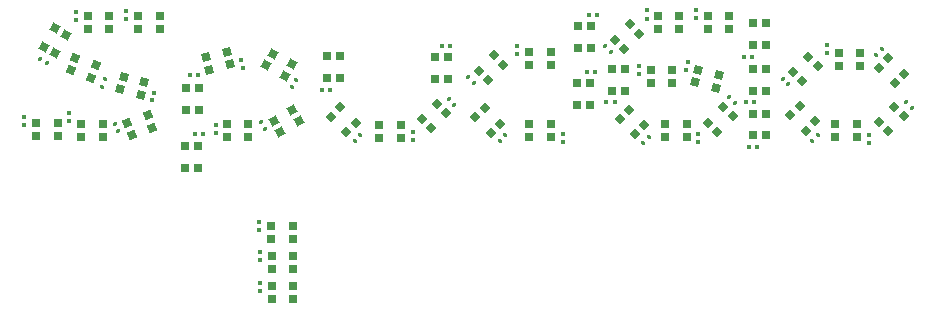
<source format=gtp>
G04 #@! TF.GenerationSoftware,KiCad,Pcbnew,7.0.2-0*
G04 #@! TF.CreationDate,2023-10-08T21:39:02-05:00*
G04 #@! TF.ProjectId,spudglo_business_card,73707564-676c-46f5-9f62-7573696e6573,rev?*
G04 #@! TF.SameCoordinates,Original*
G04 #@! TF.FileFunction,Paste,Top*
G04 #@! TF.FilePolarity,Positive*
%FSLAX46Y46*%
G04 Gerber Fmt 4.6, Leading zero omitted, Abs format (unit mm)*
G04 Created by KiCad (PCBNEW 7.0.2-0) date 2023-10-08 21:39:02*
%MOMM*%
%LPD*%
G01*
G04 APERTURE LIST*
G04 Aperture macros list*
%AMRoundRect*
0 Rectangle with rounded corners*
0 $1 Rounding radius*
0 $2 $3 $4 $5 $6 $7 $8 $9 X,Y pos of 4 corners*
0 Add a 4 corners polygon primitive as box body*
4,1,4,$2,$3,$4,$5,$6,$7,$8,$9,$2,$3,0*
0 Add four circle primitives for the rounded corners*
1,1,$1+$1,$2,$3*
1,1,$1+$1,$4,$5*
1,1,$1+$1,$6,$7*
1,1,$1+$1,$8,$9*
0 Add four rect primitives between the rounded corners*
20,1,$1+$1,$2,$3,$4,$5,0*
20,1,$1+$1,$4,$5,$6,$7,0*
20,1,$1+$1,$6,$7,$8,$9,0*
20,1,$1+$1,$8,$9,$2,$3,0*%
%AMRotRect*
0 Rectangle, with rotation*
0 The origin of the aperture is its center*
0 $1 length*
0 $2 width*
0 $3 Rotation angle, in degrees counterclockwise*
0 Add horizontal line*
21,1,$1,$2,0,0,$3*%
G04 Aperture macros list end*
%ADD10RoundRect,0.079500X0.100500X-0.079500X0.100500X0.079500X-0.100500X0.079500X-0.100500X-0.079500X0*%
%ADD11RoundRect,0.079500X-0.127279X-0.014849X-0.014849X-0.127279X0.127279X0.014849X0.014849X0.127279X0*%
%ADD12RotRect,0.700000X0.700000X45.000000*%
%ADD13RotRect,0.700000X0.700000X195.000000*%
%ADD14R,0.700000X0.700000*%
%ADD15RotRect,0.700000X0.700000X345.000000*%
%ADD16RoundRect,0.079500X-0.100500X0.079500X-0.100500X-0.079500X0.100500X-0.079500X0.100500X0.079500X0*%
%ADD17RoundRect,0.079500X0.014849X-0.127279X0.127279X-0.014849X-0.014849X0.127279X-0.127279X0.014849X0*%
%ADD18RoundRect,0.079500X-0.014849X0.127279X-0.127279X0.014849X0.014849X-0.127279X0.127279X-0.014849X0*%
%ADD19RoundRect,0.079500X-0.079500X-0.100500X0.079500X-0.100500X0.079500X0.100500X-0.079500X0.100500X0*%
%ADD20RotRect,0.700000X0.700000X225.000000*%
%ADD21RoundRect,0.079500X0.079500X0.100500X-0.079500X0.100500X-0.079500X-0.100500X0.079500X-0.100500X0*%
%ADD22RoundRect,0.079500X0.126786X-0.018599X0.047286X0.119099X-0.126786X0.018599X-0.047286X-0.119099X0*%
%ADD23RoundRect,0.079500X0.127279X0.014849X0.014849X0.127279X-0.127279X-0.014849X-0.014849X-0.127279X0*%
%ADD24RoundRect,0.079500X-0.047286X0.119099X-0.126786X-0.018599X0.047286X-0.119099X0.126786X0.018599X0*%
%ADD25RotRect,0.700000X0.700000X30.000000*%
%ADD26RoundRect,0.079500X-0.119099X-0.047286X0.018599X-0.126786X0.119099X0.047286X-0.018599X0.126786X0*%
%ADD27RoundRect,0.079500X-0.067249X0.109079X-0.121630X-0.040333X0.067249X-0.109079X0.121630X0.040333X0*%
%ADD28RoundRect,0.079500X-0.117652X0.050780X-0.076499X-0.102802X0.117652X-0.050780X0.076499X0.102802X0*%
%ADD29RoundRect,0.079500X0.121630X-0.040333X0.067249X0.109079X-0.121630X0.040333X-0.067249X-0.109079X0*%
%ADD30RotRect,0.700000X0.700000X315.000000*%
%ADD31RotRect,0.700000X0.700000X135.000000*%
%ADD32RotRect,0.700000X0.700000X150.000000*%
%ADD33RoundRect,0.079500X0.076499X-0.102802X0.117652X0.050780X-0.076499X0.102802X-0.117652X-0.050780X0*%
%ADD34RotRect,0.700000X0.700000X165.000000*%
%ADD35RotRect,0.700000X0.700000X20.000000*%
%ADD36RotRect,0.700000X0.700000X60.000000*%
%ADD37RoundRect,0.079500X-0.076499X0.102802X-0.117652X-0.050780X0.076499X-0.102802X0.117652X0.050780X0*%
%ADD38RotRect,0.700000X0.700000X160.000000*%
G04 APERTURE END LIST*
D10*
X225060000Y-101925000D03*
X225060000Y-101235000D03*
D11*
X257989774Y-105959774D03*
X258477678Y-106447678D03*
D12*
X221812183Y-103302183D03*
X222590000Y-104080000D03*
X223884005Y-102785995D03*
X223106188Y-102008178D03*
D13*
X200742346Y-102768880D03*
X200457645Y-101706361D03*
X198690000Y-102180000D03*
X198974701Y-103242519D03*
D14*
X215220000Y-108980000D03*
X215220000Y-107880000D03*
X213390000Y-107880000D03*
X213390000Y-108980000D03*
X192960000Y-98680000D03*
X192960000Y-99780000D03*
X194790000Y-99780000D03*
X194790000Y-98680000D03*
X184330000Y-107750000D03*
X184330000Y-108850000D03*
X186160000Y-108850000D03*
X186160000Y-107750000D03*
D15*
X240362355Y-103216361D03*
X240077654Y-104278880D03*
X241845299Y-104752519D03*
X242130000Y-103690000D03*
D10*
X251290000Y-101840000D03*
X251290000Y-101150000D03*
D16*
X240380000Y-108670000D03*
X240380000Y-109360000D03*
D14*
X244990000Y-101110000D03*
X246090000Y-101110000D03*
X246090000Y-99280000D03*
X244990000Y-99280000D03*
D10*
X187730000Y-98995000D03*
X187730000Y-98305000D03*
D17*
X255439774Y-101930226D03*
X255927678Y-101442322D03*
D16*
X199509996Y-107895001D03*
X199509996Y-108585001D03*
D12*
X233295995Y-100674005D03*
X234073812Y-101451822D03*
X235367817Y-100157817D03*
X234590000Y-99380000D03*
D16*
X228900000Y-108635000D03*
X228900000Y-109325000D03*
D18*
X211770229Y-108729777D03*
X211282325Y-109217681D03*
X224041830Y-108752097D03*
X223553926Y-109240001D03*
D19*
X218710000Y-101170000D03*
X219400000Y-101170000D03*
D20*
X243281822Y-107173812D03*
X242504005Y-106395995D03*
X241210000Y-107690000D03*
X241987817Y-108467817D03*
D14*
X197990000Y-109680000D03*
X196890000Y-109680000D03*
X196890000Y-111510000D03*
X197990000Y-111510000D03*
D21*
X245075000Y-105950000D03*
X244385000Y-105950000D03*
D22*
X203732499Y-108275907D03*
X203387499Y-107678349D03*
D14*
X244990000Y-104980001D03*
X246090000Y-104980001D03*
X246090000Y-103150001D03*
X244990000Y-103150001D03*
X241175000Y-98630000D03*
X241175000Y-99730000D03*
X243005000Y-99730000D03*
X243005000Y-98630000D03*
D23*
X243500000Y-106030000D03*
X243012096Y-105542096D03*
D24*
X206312500Y-104121221D03*
X205967500Y-104718779D03*
D25*
X204425174Y-107565000D03*
X204975174Y-108517628D03*
X206560000Y-107602628D03*
X206010000Y-106650000D03*
D14*
X236360000Y-103280000D03*
X236360000Y-104380000D03*
X238190000Y-104380000D03*
X238190000Y-103280000D03*
D26*
X184684089Y-102297501D03*
X185281647Y-102642501D03*
D23*
X232987904Y-101727903D03*
X232500000Y-101239999D03*
D18*
X250480000Y-108730000D03*
X249992096Y-109217904D03*
D14*
X188110000Y-107790000D03*
X188110000Y-108890000D03*
X189940000Y-108890000D03*
X189940000Y-107790000D03*
D20*
X257771822Y-107133812D03*
X256994005Y-106355995D03*
X255700000Y-107650000D03*
X256477817Y-108427817D03*
D19*
X197800000Y-108660000D03*
X198490000Y-108660000D03*
D14*
X239420000Y-108880000D03*
X239420000Y-107780000D03*
X237590000Y-107780000D03*
X237590000Y-108880000D03*
X227920000Y-108880000D03*
X227920000Y-107780000D03*
X226090000Y-107780000D03*
X226090000Y-108880000D03*
D23*
X248010000Y-104460001D03*
X247522096Y-103972097D03*
D10*
X235350000Y-103605000D03*
X235350000Y-102915000D03*
D14*
X236960000Y-98680000D03*
X236960000Y-99780000D03*
X238790000Y-99780000D03*
X238790000Y-98680000D03*
D21*
X245330000Y-109770000D03*
X244640000Y-109770000D03*
D27*
X190112043Y-104020000D03*
X189876049Y-104668388D03*
D16*
X203260000Y-121235000D03*
X203260000Y-121925000D03*
D14*
X208930078Y-103905892D03*
X210030078Y-103905892D03*
X210030078Y-102075892D03*
X208930078Y-102075892D03*
D28*
X201633529Y-102365852D03*
X201812115Y-103032340D03*
D10*
X191960000Y-98925000D03*
X191960000Y-98235000D03*
D16*
X203310000Y-118660000D03*
X203310000Y-119350000D03*
D29*
X191267443Y-108444896D03*
X191031449Y-107796508D03*
D30*
X256483812Y-102258178D03*
X255705995Y-103035995D03*
X257000000Y-104330000D03*
X257777817Y-103552183D03*
D14*
X204265000Y-119020000D03*
X204265000Y-120120000D03*
X206095000Y-120120000D03*
X206095000Y-119020000D03*
D31*
X249484005Y-108374005D03*
X250261822Y-107596188D03*
X248967817Y-106302183D03*
X248190000Y-107080000D03*
D19*
X231115000Y-98570000D03*
X231805000Y-98570000D03*
D16*
X203210000Y-116120000D03*
X203210000Y-116810000D03*
D32*
X205407413Y-103713814D03*
X205957413Y-102761186D03*
X204372587Y-101846186D03*
X203822587Y-102798814D03*
D14*
X204240000Y-116460000D03*
X204240000Y-117560000D03*
X206070000Y-117560000D03*
X206070000Y-116460000D03*
D11*
X219239777Y-105679771D03*
X219727681Y-106167675D03*
D23*
X221383952Y-104313952D03*
X220896048Y-103826048D03*
D14*
X198090000Y-104779999D03*
X196990000Y-104779999D03*
X196990000Y-106609999D03*
X198090000Y-106609999D03*
D21*
X233295000Y-105980000D03*
X232605000Y-105980000D03*
D16*
X216200000Y-108515000D03*
X216200000Y-109205000D03*
D33*
X239311414Y-103236488D03*
X239490000Y-102570000D03*
D31*
X222806188Y-108551822D03*
X223584005Y-107774005D03*
X222290000Y-106480000D03*
X221512183Y-107257817D03*
D18*
X236220000Y-108900000D03*
X235732096Y-109387904D03*
D10*
X187130000Y-107590000D03*
X187130000Y-106900000D03*
D34*
X193205299Y-105342519D03*
X193490000Y-104280000D03*
X191722355Y-103806361D03*
X191437654Y-104868880D03*
D10*
X236000000Y-98885000D03*
X236000000Y-98195000D03*
D14*
X231190000Y-104380000D03*
X230090000Y-104380000D03*
X230090000Y-106210000D03*
X231190000Y-106210000D03*
D10*
X183330000Y-107900000D03*
X183330000Y-107210000D03*
D31*
X210584005Y-108474005D03*
X211361822Y-107696188D03*
X210067817Y-106402183D03*
X209290000Y-107180000D03*
D14*
X244990000Y-108780000D03*
X246090000Y-108780000D03*
X246090000Y-106950000D03*
X244990000Y-106950000D03*
D19*
X230955000Y-103410000D03*
X231645000Y-103410000D03*
D14*
X252275000Y-101793109D03*
X252275000Y-102893109D03*
X254105000Y-102893109D03*
X254105000Y-101793109D03*
X231290001Y-99549999D03*
X230190001Y-99549999D03*
X230190001Y-101379999D03*
X231290001Y-101379999D03*
D31*
X235042183Y-108687817D03*
X235820000Y-107910000D03*
X234525995Y-106615995D03*
X233748178Y-107393812D03*
D14*
X200470000Y-107840000D03*
X200470000Y-108940000D03*
X202300000Y-108940000D03*
X202300000Y-107840000D03*
X204270000Y-121570000D03*
X204270000Y-122670000D03*
X206100000Y-122670000D03*
X206100000Y-121570000D03*
D35*
X192030362Y-107705896D03*
X192406584Y-108739558D03*
X194126222Y-108113662D03*
X193750000Y-107080000D03*
D36*
X184980000Y-101290000D03*
X185932628Y-101840000D03*
X186847628Y-100255174D03*
X185895000Y-99705174D03*
D21*
X244945000Y-102100000D03*
X244255000Y-102100000D03*
D14*
X188690000Y-98680000D03*
X188690000Y-99780000D03*
X190520000Y-99780000D03*
X190520000Y-98680000D03*
X253820000Y-108930000D03*
X253820000Y-107830000D03*
X251990000Y-107830000D03*
X251990000Y-108930000D03*
X226090000Y-101680000D03*
X226090000Y-102780000D03*
X227920000Y-102780000D03*
X227920000Y-101680000D03*
D37*
X194298586Y-105153512D03*
X194120000Y-105820000D03*
D14*
X233067813Y-105009998D03*
X234167813Y-105009998D03*
X234167813Y-103179998D03*
X233067813Y-103179998D03*
X219190000Y-102180000D03*
X218090000Y-102180000D03*
X218090000Y-104010000D03*
X219190000Y-104010000D03*
D12*
X248418178Y-103396188D03*
X249195995Y-104174005D03*
X250490000Y-102880000D03*
X249712183Y-102102183D03*
D21*
X209215000Y-104900000D03*
X208525000Y-104900000D03*
D16*
X254810000Y-108720000D03*
X254810000Y-109410000D03*
D10*
X240220000Y-98815000D03*
X240220000Y-98125000D03*
D19*
X197325000Y-103690000D03*
X198015000Y-103690000D03*
D20*
X219025911Y-106863812D03*
X218248094Y-106085995D03*
X216954089Y-107380000D03*
X217731906Y-108157817D03*
D38*
X188993778Y-103883662D03*
X189370000Y-102850000D03*
X187650362Y-102224104D03*
X187274140Y-103257766D03*
M02*

</source>
